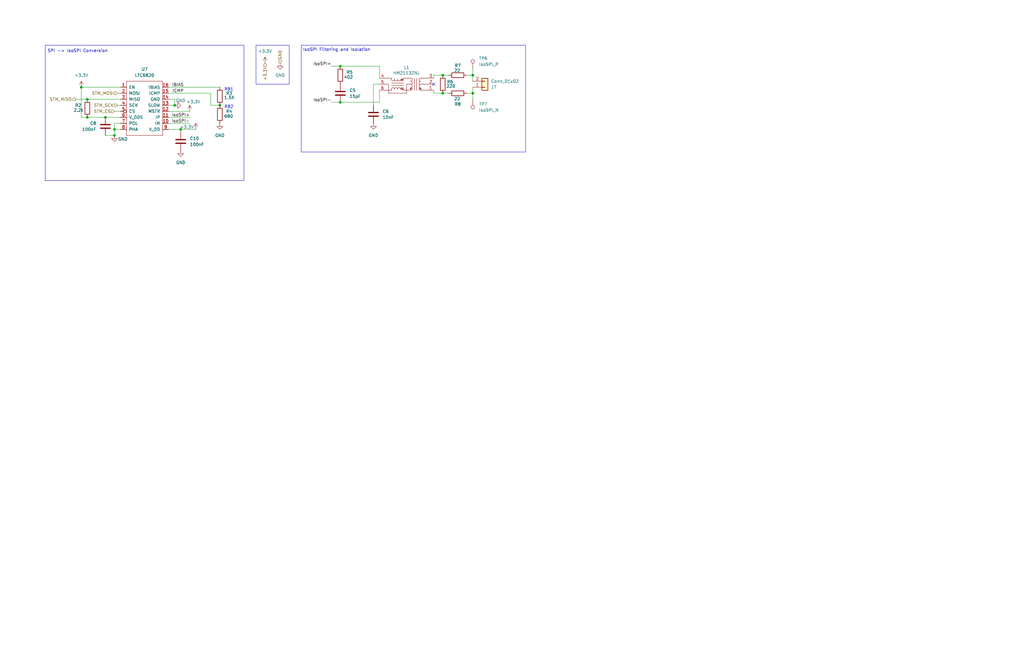
<source format=kicad_sch>
(kicad_sch (version 20250114) (generator "eeschema") (generator_version "9.0")
  (paper "B")
  (lib_symbols
    (symbol "Connector:TestPoint" (pin_numbers (hide yes)) (pin_names (offset 0.762) (hide yes))
      (property "Reference" "TP" (at 0 6.858 0))
      (property "Value" "TestPoint" (at 0 5.08 0))
      (symbol "TestPoint_0_1"
        (circle (center 0 3.302) (radius 0.762))
      )
      (symbol "TestPoint_1_1"
        (pin passive line (at 0 0 90) (length 2.54) (name "1") (number "1"))
      )
    )
    (symbol "Connector_Generic:Conn_01x02" (pin_names (offset 1.016) (hide yes))
      (property "Reference" "J" (at 0 2.54 0))
      (property "Value" "Conn_01x02" (at 0 -5.08 0))
      (symbol "Conn_01x02_1_1"
        (rectangle (start -1.27 1.27) (end 1.27 -3.81) (stroke (width 0.254)) (fill (type background)))
        (rectangle (start -1.27 0.127) (end 0 -0.127) (stroke (width 0.1524)))
        (rectangle (start -1.27 -2.413) (end 0 -2.667) (stroke (width 0.1524)))
        (pin passive line (at -5.08 0 0) (length 3.81) (name "Pin_1") (number "1"))
        (pin passive line (at -5.08 -2.54 0) (length 3.81) (name "Pin_2") (number "2"))
      )
    )
    (symbol "Device:C" (pin_numbers (hide yes)) (pin_names (offset 0.254))
      (property "Reference" "C" (at 0.635 2.54 0))
      (property "Value" "C" (at 0.635 -2.54 0))
      (symbol "C_0_1"
        (polyline (pts (xy -2.032 0.762) (xy 2.032 0.762)) (stroke (width 0.508)))
        (polyline (pts (xy -2.032 -0.762) (xy 2.032 -0.762)) (stroke (width 0.508)))
      )
      (symbol "C_1_1"
        (pin passive line (at 0 3.81 270) (length 2.794) (name "~") (number "1"))
        (pin passive line (at 0 -3.81 90) (length 2.794) (name "~") (number "2"))
      )
    )
    (symbol "Device:R" (pin_numbers (hide yes)) (pin_names (offset 0))
      (property "Reference" "R" (at 2.032 0 90))
      (property "Value" "R" (at 0 0 90))
      (symbol "R_0_1"
        (rectangle (start -1.016 -2.54) (end 1.016 2.54) (stroke (width 0.254)))
      )
      (symbol "R_1_1"
        (pin passive line (at 0 3.81 270) (length 1.27) (name "~") (number "1"))
        (pin passive line (at 0 -3.81 90) (length 1.27) (name "~") (number "2"))
      )
    )
    (symbol "FSSymbols:HM2113ZNL" (pin_names (offset 0.254) (hide yes))
      (property "Reference" "L" (at 0 7.62 0))
      (property "Value" "HM2113ZNL" (at 0 5.08 0))
      (symbol "HM2113ZNL_0_1"
        (polyline (pts (xy -8.89 2.54) (xy -6.35 2.54)))
        (polyline (pts (xy -8.89 0) (xy -7.62 0) (xy -7.62 -3.81) (xy 0 -3.81) (xy 0 0) (xy 1.778 0)))
        (polyline (pts (xy -6.35 2.54) (xy -6.35 2.032)))
        (polyline (pts (xy -6.35 -0.508) (xy -1.27 -0.508)))
        (polyline (pts (xy -6.35 -2.032) (xy -6.35 -2.54)))
        (polyline (pts (xy -6.35 -2.54) (xy -8.89 -2.54)))
        (arc (start -5.08 2.032) (mid -5.715 1.3997) (end -6.35 2.032))
        (arc (start -6.35 -2.032) (mid -5.715 -1.3997) (end -5.08 -2.032))
        (arc (start -3.81 2.032) (mid -4.445 1.3997) (end -5.08 2.032))
        (arc (start -5.08 -2.032) (mid -4.445 -1.3997) (end -3.81 -2.032))
        (arc (start -2.54 2.032) (mid -3.175 1.3997) (end -3.81 2.032))
        (arc (start -3.81 -2.032) (mid -3.175 -1.3997) (end -2.54 -2.032))
        (arc (start -1.27 2.032) (mid -1.905 1.3997) (end -2.54 2.032))
        (circle (center -1.905 2.032) (radius 0.254) (fill (type outline)))
        (circle (center -1.905 -2.032) (radius 0.254) (fill (type outline)))
        (arc (start -2.54 -2.032) (mid -1.905 -1.3997) (end -1.27 -2.032))
        (polyline (pts (xy -1.27 2.032) (xy -1.27 2.54)))
        (polyline (pts (xy -1.27 0.508) (xy -6.35 0.508)))
        (polyline (pts (xy -1.27 -2.032) (xy -1.27 -2.54)))
        (polyline (pts (xy -1.27 -2.54) (xy 1.27 -2.54)))
        (polyline (pts (xy 1.27 2.54) (xy -1.27 2.54)))
        (polyline (pts (xy 1.27 2.54) (xy 1.778 2.54)))
        (arc (start 1.778 2.54) (mid 2.4103 1.905) (end 1.778 1.27))
        (arc (start 1.778 1.27) (mid 2.4103 0.635) (end 1.778 0))
        (arc (start 1.778 0) (mid 2.4103 -0.635) (end 1.778 -1.27))
        (arc (start 1.778 -1.27) (mid 2.4103 -1.905) (end 1.778 -2.54))
        (circle (center 1.778 -1.905) (radius 0.254) (fill (type outline)))
        (polyline (pts (xy 1.778 -2.54) (xy 1.27 -2.54)))
        (polyline (pts (xy 3.302 -2.54) (xy 3.302 2.54)))
        (polyline (pts (xy 4.318 2.54) (xy 4.318 -2.54)))
        (polyline (pts (xy 5.842 2.54) (xy 6.35 2.54)))
        (circle (center 5.842 -1.905) (radius 0.254) (fill (type outline)))
        (polyline (pts (xy 5.842 -2.54) (xy 8.89 -2.54)))
        (arc (start 5.842 1.27) (mid 5.21 1.905) (end 5.842 2.54))
        (arc (start 5.842 0) (mid 5.21 0.635) (end 5.842 1.27))
        (arc (start 5.842 -1.27) (mid 5.21 -0.635) (end 5.842 0))
        (arc (start 5.842 -2.54) (mid 5.21 -1.905) (end 5.842 -1.27))
        (polyline (pts (xy 6.35 2.54) (xy 8.89 2.54)))
        (polyline (pts (xy 8.89 0) (xy 5.842 0)))
      )
      (symbol "HM2113ZNL_1_1"
        (pin passive line (at -11.43 2.54 0) (length 2.54) (name "4") (number "4"))
        (pin passive line (at -11.43 0 0) (length 2.54) (name "5") (number "5"))
        (pin passive line (at -11.43 -2.54 0) (length 2.54) (name "6") (number "6"))
        (pin passive line (at 11.43 2.54 180) (length 2.54) (name "3") (number "3"))
        (pin passive line (at 11.43 0 180) (length 2.54) (name "2") (number "2"))
        (pin passive line (at 11.43 -2.54 180) (length 2.54) (name "1") (number "1"))
      )
    )
    (symbol "FS_2:LTC6820" (pin_names (offset 1.016))
      (property "Reference" "U" (at 0 3.81 0))
      (property "Value" "LTC6820" (at 0 1.27 0))
      (symbol "LTC6820_0_1"
        (rectangle (start -7.62 0) (end 7.62 -22.86))
      )
      (symbol "LTC6820_1_1"
        (pin input line (at -10.16 -2.54 0) (length 2.54) (name "EN") (number "1"))
        (pin input line (at -10.16 -5.08 0) (length 2.54) (name "MOSI") (number "2"))
        (pin output line (at -10.16 -7.62 0) (length 2.54) (name "MISO") (number "3"))
        (pin input line (at -10.16 -10.16 0) (length 2.54) (name "SCK") (number "4"))
        (pin input inverted (at -10.16 -12.7 0) (length 2.54) (name "CS") (number "5"))
        (pin power_in line (at -10.16 -15.24 0) (length 2.54) (name "V_DDS") (number "6"))
        (pin input line (at -10.16 -17.78 0) (length 2.54) (name "POL") (number "7"))
        (pin input line (at -10.16 -20.32 0) (length 2.54) (name "PHA") (number "8"))
        (pin output line (at 10.16 -2.54 180) (length 2.54) (name "IBIAS") (number "16"))
        (pin input line (at 10.16 -5.08 180) (length 2.54) (name "ICMP") (number "15"))
        (pin power_in line (at 10.16 -7.62 180) (length 2.54) (name "GND") (number "14"))
        (pin input line (at 10.16 -10.16 180) (length 2.54) (name "SLOW") (number "13"))
        (pin input line (at 10.16 -12.7 180) (length 2.54) (name "MSTR") (number "12"))
        (pin bidirectional line (at 10.16 -15.24 180) (length 2.54) (name "IP") (number "11"))
        (pin bidirectional line (at 10.16 -17.78 180) (length 2.54) (name "IM") (number "10"))
        (pin power_in line (at 10.16 -20.32 180) (length 2.54) (name "V_DD") (number "9"))
      )
    )
    (symbol "power:+3.3V" (power) (pin_numbers (hide yes)) (pin_names (offset 0) (hide yes))
      (property "Value" "+3.3V" (at 0 3.556 0))
      (symbol "+3.3V_0_1"
        (polyline (pts (xy -0.762 1.27) (xy 0 2.54)))
        (polyline (pts (xy 0 2.54) (xy 0.762 1.27)))
        (polyline (pts (xy 0 0) (xy 0 2.54)))
      )
      (symbol "+3.3V_1_1"
        (pin power_in line (at 0 0 90) (length 0) (name "~") (number "1"))
      )
    )
    (symbol "power:GND" (power) (pin_numbers (hide yes)) (pin_names (offset 0) (hide yes))
      (property "Value" "GND" (at 0 -3.81 0))
      (symbol "GND_0_1"
        (polyline (pts (xy 0 0) (xy 0 -1.27) (xy 1.27 -1.27) (xy 0 -2.54) (xy -1.27 -1.27) (xy 0 -1.27)))
      )
      (symbol "GND_1_1"
        (pin power_in line (at 0 0 270) (length 0) (name "~") (number "1"))
      )
    )
  )
  (rectangle (start 127 19.05) (end 221.615 64.135))
  (rectangle (start 19.05 19.05) (end 102.87 76.2))
  (rectangle (start 107.95 19.05) (end 121.92 35.56))
  (text "IsoSPI Filtering and Isolation\n" (at 141.986 21.082 0) (effects (font (size 1.27 1.27))))
  (text "RB2\n" (at 96.52 45.212 0) (effects (font (size 1.27 1.27))))
  (text "SPI -> IsoSPI Conversion\n" (at 32.766 21.59 0) (effects (font (size 1.27 1.27))))
  (text "RB1" (at 96.52 37.846 0) (effects (font (size 1.27 1.27))))
  (junction (at 36.83 49.53))
  (junction (at 36.83 41.91))
  (junction (at 199.39 39.37))
  (junction (at 76.2 54.61))
  (junction (at 48.26 54.61))
  (junction (at 44.45 49.53))
  (junction (at 143.51 27.94))
  (junction (at 186.69 39.37))
  (junction (at 143.51 43.18))
  (junction (at 34.29 36.83))
  (junction (at 92.71 44.45))
  (junction (at 186.69 31.75))
  (junction (at 73.66 44.45))
  (junction (at 48.26 57.15))
  (junction (at 199.39 31.75))
  (no_connect (at 182.88 35.56))
  (wire (pts (xy 34.29 49.53) (xy 36.83 49.53)))
  (wire (pts (xy 76.2 54.61) (xy 82.55 54.61)))
  (wire (pts (xy 44.45 49.53) (xy 50.8 49.53)))
  (wire (pts (xy 71.12 41.91) (xy 73.66 41.91)))
  (wire (pts (xy 157.48 35.56) (xy 157.48 44.45)))
  (wire (pts (xy 199.39 29.21) (xy 199.39 31.75)))
  (wire (pts (xy 48.26 54.61) (xy 48.26 57.15)))
  (wire (pts (xy 36.83 49.53) (xy 44.45 49.53)))
  (wire (pts (xy 36.83 41.91) (xy 50.8 41.91)))
  (wire (pts (xy 71.12 52.07) (xy 80.01 52.07)))
  (wire (pts (xy 139.7 43.18) (xy 143.51 43.18)))
  (wire (pts (xy 160.02 33.02) (xy 160.02 27.94)))
  (wire (pts (xy 71.12 49.53) (xy 80.01 49.53)))
  (wire (pts (xy 199.39 39.37) (xy 196.85 39.37)))
  (wire (pts (xy 182.88 31.75) (xy 186.69 31.75)))
  (wire (pts (xy 44.45 57.15) (xy 48.26 57.15)))
  (wire (pts (xy 88.9 44.45) (xy 88.9 39.37)))
  (wire (pts (xy 160.02 27.94) (xy 143.51 27.94)))
  (wire (pts (xy 31.75 41.91) (xy 36.83 41.91)))
  (wire (pts (xy 139.7 27.94) (xy 143.51 27.94)))
  (wire (pts (xy 199.39 36.83) (xy 199.39 39.37)))
  (wire (pts (xy 48.26 54.61) (xy 50.8 54.61)))
  (wire (pts (xy 34.29 36.83) (xy 50.8 36.83)))
  (wire (pts (xy 71.12 36.83) (xy 92.71 36.83)))
  (wire (pts (xy 50.8 52.07) (xy 48.26 52.07)))
  (wire (pts (xy 49.53 44.45) (xy 50.8 44.45)))
  (wire (pts (xy 73.66 41.91) (xy 73.66 44.45)))
  (wire (pts (xy 48.26 52.07) (xy 48.26 54.61)))
  (wire (pts (xy 160.02 35.56) (xy 157.48 35.56)))
  (wire (pts (xy 88.9 44.45) (xy 92.71 44.45)))
  (wire (pts (xy 71.12 39.37) (xy 88.9 39.37)))
  (wire (pts (xy 49.53 39.37) (xy 50.8 39.37)))
  (wire (pts (xy 143.51 43.18) (xy 160.02 43.18)))
  (wire (pts (xy 182.88 39.37) (xy 186.69 39.37)))
  (wire (pts (xy 48.26 46.99) (xy 50.8 46.99)))
  (wire (pts (xy 71.12 44.45) (xy 73.66 44.45)))
  (wire (pts (xy 76.2 54.61) (xy 76.2 55.88)))
  (wire (pts (xy 186.69 39.37) (xy 189.23 39.37)))
  (wire (pts (xy 199.39 34.29) (xy 199.39 31.75)))
  (wire (pts (xy 199.39 31.75) (xy 196.85 31.75)))
  (wire (pts (xy 199.39 39.37) (xy 199.39 41.91)))
  (wire (pts (xy 71.12 54.61) (xy 76.2 54.61)))
  (wire (pts (xy 182.88 33.02) (xy 182.88 31.75)))
  (wire (pts (xy 182.88 38.1) (xy 182.88 39.37)))
  (wire (pts (xy 71.12 46.99) (xy 80.01 46.99)))
  (wire (pts (xy 186.69 31.75) (xy 189.23 31.75)))
  (wire (pts (xy 160.02 43.18) (xy 160.02 38.1)))
  (wire (pts (xy 34.29 36.83) (xy 34.29 49.53)))
  (label "ICMP" (at 77.47 39.37 180))
  (label "IsoSPI-" (at 80.01 52.07 180))
  (label "IBIAS" (at 77.47 36.83 180))
  (label "IsoSPI+" (at 139.7 27.94 180))
  (label "IsoSPI-" (at 139.7 43.18 180))
  (label "IsoSPI+" (at 80.01 49.53 180))
  (hierarchical_label "STM_MOSI" (shape input) (at 49.53 39.37 180))
  (hierarchical_label "GND" (shape input) (at 118.11 26.67 90))
  (hierarchical_label "STM_MISO" (shape output) (at 31.75 41.91 180))
  (hierarchical_label "+3.3V" (shape input) (at 111.76 26.67 270))
  (hierarchical_label "STM_SCK" (shape input) (at 49.53 44.45 180))
  (hierarchical_label "STM_CS" (shape input) (at 48.26 46.99 180))
  (symbol (lib_id "Device:R") (at 92.71 40.64 0) (unit 1)
    (property "Reference" "R3" (at 95.25 39.3699 0) (effects (justify left)))
    (property "Value" "1.5K" (at 94.488 41.148 0) (effects (justify left)))
    (property "Footprint" "Resistor_SMD:R_0603_1608Metric_Pad0.98x0.95mm_HandSolder" (effects (hide yes)))
    (property "Description" "Resistor" (effects (hide yes)))
  )
  (symbol (lib_id "power:GND") (at 48.26 57.15 0) (unit 1)
    (property "Reference" "#PWR017" (effects (hide yes)))
    (property "Value" "GND" (at 51.816 58.674 0))
    (property "Description" "Power symbol creates a global label with name \"GND\" , ground" (effects (hide yes)))
  )
  (symbol (lib_id "Device:R") (at 143.51 31.75 0) (unit 1)
    (property "Reference" "R5" (at 146.05 30.4799 0) (effects (justify left)))
    (property "Value" "402" (at 145.034 32.512 0) (effects (justify left)))
    (property "Footprint" "Resistor_SMD:R_0603_1608Metric_Pad0.98x0.95mm_HandSolder" (effects (hide yes)))
    (property "Description" "Resistor" (effects (hide yes)))
  )
  (symbol (lib_id "Connector:TestPoint") (at 199.39 29.21 0) (unit 1)
    (property "Reference" "TP6" (at 201.93 24.6379 0) (effects (justify left)))
    (property "Value" "IsoSPI_P" (at 201.93 27.1779 0) (effects (justify left)))
    (property "Footprint" "TestPoint:TestPoint_Loop_D2.50mm_Drill1.0mm" (effects (hide yes)))
    (property "Description" "test point" (effects (hide yes)))
  )
  (symbol (lib_id "Device:C") (at 44.45 53.34 0) (mirror y) (unit 1)
    (property "Reference" "C8" (at 40.64 52.0699 0) (effects (justify left)))
    (property "Value" "100nF" (at 40.64 54.6099 0) (effects (justify left)))
    (property "Footprint" "Capacitor_SMD:C_0603_1608Metric_Pad1.08x0.95mm_HandSolder" (effects (hide yes)))
    (property "Description" "Unpolarized capacitor" (effects (hide yes)))
  )
  (symbol (lib_id "Device:C") (at 157.48 48.26 0) (unit 1)
    (property "Reference" "C6" (at 161.29 46.9899 0) (effects (justify left)))
    (property "Value" "10nF" (at 161.29 49.5299 0) (effects (justify left)))
    (property "Footprint" "Capacitor_SMD:C_0603_1608Metric_Pad1.08x0.95mm_HandSolder" (effects (hide yes)))
    (property "Description" "Unpolarized capacitor" (effects (hide yes)))
  )
  (symbol (lib_id "Device:R") (at 193.04 31.75 90) (unit 1)
    (property "Reference" "R7" (at 193.04 27.686 90))
    (property "Value" "22" (at 192.786 29.718 90))
    (property "Footprint" "Resistor_SMD:R_0603_1608Metric_Pad0.98x0.95mm_HandSolder" (effects (hide yes)))
    (property "Description" "Resistor" (effects (hide yes)))
  )
  (symbol (lib_id "power:GND") (at 76.2 63.5 0) (unit 1)
    (property "Reference" "#PWR019" (effects (hide yes)))
    (property "Value" "GND" (at 76.2 68.58 0))
    (property "Description" "Power symbol creates a global label with name \"GND\" , ground" (effects (hide yes)))
  )
  (symbol (lib_id "Device:R") (at 36.83 45.72 0) (unit 1)
    (property "Reference" "R2" (at 34.29 44.4499 0) (effects (justify right)))
    (property "Value" "2.2k" (at 35.306 46.482 0) (effects (justify right)))
    (property "Footprint" "Resistor_SMD:R_0603_1608Metric_Pad0.98x0.95mm_HandSolder" (effects (hide yes)))
    (property "Description" "Resistor" (effects (hide yes)))
  )
  (symbol (lib_id "Device:R") (at 186.69 35.56 0) (unit 1)
    (property "Reference" "R6" (at 188.468 34.544 0) (effects (justify left)))
    (property "Value" "220" (at 188.214 36.322 0) (effects (justify left)))
    (property "Footprint" "Resistor_SMD:R_0603_1608Metric_Pad0.98x0.95mm_HandSolder" (effects (hide yes)))
    (property "Description" "Resistor" (effects (hide yes)))
  )
  (symbol (lib_id "power:+3.3V") (at 34.29 36.83 0) (unit 1)
    (property "Reference" "#PWR016" (effects (hide yes)))
    (property "Value" "+3.3V" (at 34.29 31.75 0))
    (property "Description" "Power symbol creates a global label with name \"+3.3V\"" (effects (hide yes)))
  )
  (symbol (lib_id "Connector:TestPoint") (at 199.39 41.91 180) (unit 1)
    (property "Reference" "TP7" (at 201.93 43.9419 0) (effects (justify right)))
    (property "Value" "IsoSPI_N" (at 201.93 46.4819 0) (effects (justify right)))
    (property "Footprint" "TestPoint:TestPoint_Loop_D2.50mm_Drill1.0mm" (effects (hide yes)))
    (property "Description" "test point" (effects (hide yes)))
  )
  (symbol (lib_id "power:GND") (at 118.11 26.67 0) (unit 1)
    (property "Reference" "#PWR063" (effects (hide yes)))
    (property "Value" "GND" (at 118.11 31.75 0))
  )
  (symbol (lib_id "power:+3.3V") (at 82.55 54.61 0) (unit 1)
    (property "Reference" "#PWR0108" (effects (hide yes)))
    (property "Value" "+3.3V" (at 78.74 53.594 0))
    (property "Description" "Power symbol creates a global label with name \"+3.3V\"" (effects (hide yes)))
  )
  (symbol (lib_id "power:GND") (at 73.66 44.45 90) (unit 1)
    (property "Reference" "#PWR018" (effects (hide yes)))
    (property "Value" "GND" (at 74.168 42.418 90) (effects (justify right)))
    (property "Description" "Power symbol creates a global label with name \"GND\" , ground" (effects (hide yes)))
  )
  (symbol (lib_id "power:GND") (at 92.71 52.07 0) (unit 1)
    (property "Reference" "#PWR040" (effects (hide yes)))
    (property "Value" "GND" (at 92.71 57.15 0))
    (property "Description" "Power symbol creates a global label with name \"GND\" , ground" (effects (hide yes)))
  )
  (symbol (lib_id "Device:C") (at 76.2 59.69 0) (unit 1)
    (property "Reference" "C10" (at 80.01 58.4199 0) (effects (justify left)))
    (property "Value" "100nF" (at 80.01 60.9599 0) (effects (justify left)))
    (property "Footprint" "Capacitor_SMD:C_0603_1608Metric_Pad1.08x0.95mm_HandSolder" (effects (hide yes)))
    (property "Description" "Unpolarized capacitor" (effects (hide yes)))
  )
  (symbol (lib_id "Device:R") (at 193.04 39.37 90) (mirror x) (unit 1)
    (property "Reference" "R8" (at 193.04 43.942 90))
    (property "Value" "22" (at 192.786 41.656 90))
    (property "Footprint" "Resistor_SMD:R_0603_1608Metric_Pad0.98x0.95mm_HandSolder" (effects (hide yes)))
    (property "Description" "Resistor" (effects (hide yes)))
  )
  (symbol (lib_id "Device:R") (at 92.71 48.26 0) (unit 1)
    (property "Reference" "R4" (at 95.25 46.9899 0) (effects (justify left)))
    (property "Value" "680" (at 94.488 49.022 0) (effects (justify left)))
    (property "Footprint" "Resistor_SMD:R_0603_1608Metric_Pad0.98x0.95mm_HandSolder" (effects (hide yes)))
    (property "Description" "Resistor" (effects (hide yes)))
  )
  (symbol (lib_id "power:+3.3V") (at 80.01 46.99 0) (unit 1)
    (property "Reference" "#PWR0109" (effects (hide yes)))
    (property "Value" "+3.3V" (at 81.534 42.926 0))
    (property "Description" "Power symbol creates a global label with name \"+3.3V\"" (effects (hide yes)))
  )
  (symbol (lib_id "FSSymbols:HM2113ZNL") (at 171.45 35.56 0) (unit 1)
    (property "Reference" "L1" (at 171.45 28.4988 0))
    (property "Value" "HM2113ZNL" (at 171.45 30.8102 0))
    (property "Footprint" "FS_3_Global_Footprint_Library:HM2113ZNLT" (effects (hide yes)))
    (property "Datasheet" "https://www.yageogroup.com/content/datasheet/asset/file/DATASHEET_BM101" (effects (hide yes)))
  )
  (symbol (lib_id "Connector_Generic:Conn_01x02") (at 204.47 36.83 0) (mirror x) (unit 1)
    (property "Reference" "J7" (at 207.01 36.8301 0) (effects (justify left)))
    (property "Value" "Conn_01x02" (at 207.01 34.2901 0) (effects (justify left)))
    (property "Footprint" "FS_4_Global_Footprint_Library:CONN_SD-105431-001_02_MOL" (effects (hide yes)))
    (property "Description" "Generic connector, single row, 01x02, script generated (kicad-library-utils/schlib/autogen/connector/)" (effects (hide yes)))
  )
  (symbol (lib_id "Device:C") (at 143.51 39.37 0) (unit 1)
    (property "Reference" "C5" (at 147.32 38.0999 0) (effects (justify left)))
    (property "Value" "15pF" (at 147.32 40.6399 0) (effects (justify left)))
    (property "Footprint" "Capacitor_SMD:C_0603_1608Metric_Pad1.08x0.95mm_HandSolder" (effects (hide yes)))
    (property "Description" "Unpolarized capacitor" (effects (hide yes)))
  )
  (symbol (lib_id "power:+3.3V") (at 111.76 26.67 0) (unit 1)
    (property "Reference" "#PWR041" (effects (hide yes)))
    (property "Value" "+3.3V" (at 111.76 21.59 0))
  )
  (symbol (lib_id "FS_2:LTC6820") (at 60.96 34.29 0) (unit 1)
    (property "Reference" "U7" (at 60.96 29.21 0))
    (property "Value" "LTC6820" (at 60.96 31.75 0))
    (property "Footprint" "Package_SO:MSOP-16_3x4.039mm_P0.5mm" (effects (hide yes)))
  )
  (symbol (lib_id "power:GND") (at 157.48 52.07 0) (unit 1)
    (property "Reference" "#PWR064" (effects (hide yes)))
    (property "Value" "GND" (at 157.48 57.15 0))
    (property "Description" "Power symbol creates a global label with name \"GND\" , ground" (effects (hide yes)))
  )
)
</source>
